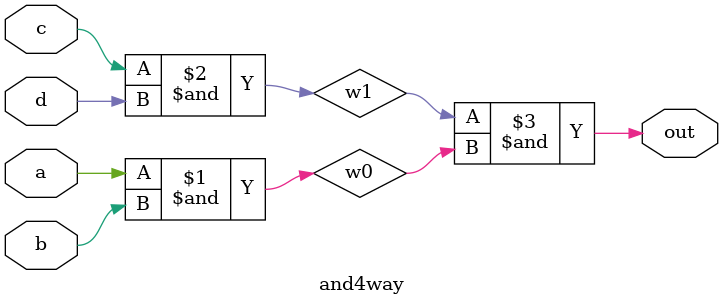
<source format=v>
module and4way(
output out,
input a,
input b,
input c,
input d
	
);
wire w0,w1;
and(w0,a,b);
and(w1,c,d);
and(out,w1,w0);
endmodule
</source>
